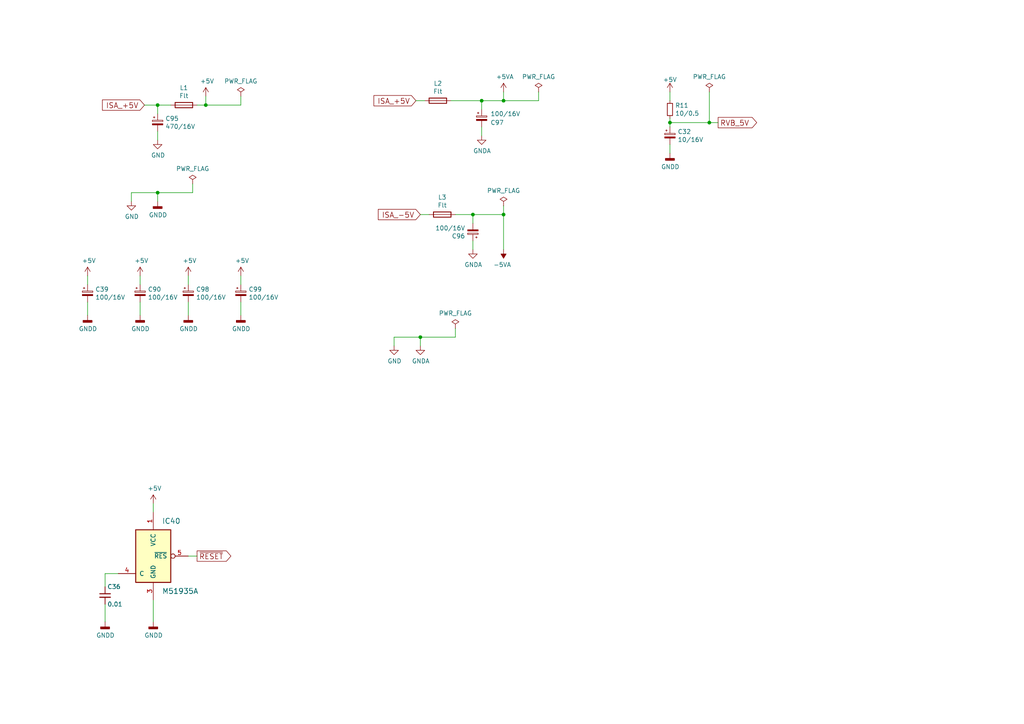
<source format=kicad_sch>
(kicad_sch (version 20211123) (generator eeschema)

  (uuid d765feb8-0d2b-4f91-9055-021e050d2c2d)

  (paper "A4")

  (title_block
    (title "LAPC-I Clone")
  )

  (lib_symbols
    (symbol "Device:CP_Small" (pin_numbers hide) (pin_names (offset 0.254) hide) (in_bom yes) (on_board yes)
      (property "Reference" "C" (id 0) (at 0.254 1.778 0)
        (effects (font (size 1.27 1.27)) (justify left))
      )
      (property "Value" "Device_CP_Small" (id 1) (at 0.254 -2.032 0)
        (effects (font (size 1.27 1.27)) (justify left))
      )
      (property "Footprint" "" (id 2) (at 0 0 0)
        (effects (font (size 1.27 1.27)) hide)
      )
      (property "Datasheet" "" (id 3) (at 0 0 0)
        (effects (font (size 1.27 1.27)) hide)
      )
      (property "ki_fp_filters" "CP_*" (id 4) (at 0 0 0)
        (effects (font (size 1.27 1.27)) hide)
      )
      (symbol "CP_Small_0_1"
        (rectangle (start -1.524 -0.3048) (end 1.524 -0.6858)
          (stroke (width 0) (type default) (color 0 0 0 0))
          (fill (type outline))
        )
        (rectangle (start -1.524 0.6858) (end 1.524 0.3048)
          (stroke (width 0) (type default) (color 0 0 0 0))
          (fill (type none))
        )
        (polyline
          (pts
            (xy -1.27 1.524)
            (xy -0.762 1.524)
          )
          (stroke (width 0) (type default) (color 0 0 0 0))
          (fill (type none))
        )
        (polyline
          (pts
            (xy -1.016 1.27)
            (xy -1.016 1.778)
          )
          (stroke (width 0) (type default) (color 0 0 0 0))
          (fill (type none))
        )
      )
      (symbol "CP_Small_1_1"
        (pin passive line (at 0 2.54 270) (length 1.8542)
          (name "~" (effects (font (size 1.27 1.27))))
          (number "1" (effects (font (size 1.27 1.27))))
        )
        (pin passive line (at 0 -2.54 90) (length 1.8542)
          (name "~" (effects (font (size 1.27 1.27))))
          (number "2" (effects (font (size 1.27 1.27))))
        )
      )
    )
    (symbol "Device:C_Small" (pin_numbers hide) (pin_names (offset 0.254) hide) (in_bom yes) (on_board yes)
      (property "Reference" "C" (id 0) (at 0.254 1.778 0)
        (effects (font (size 1.27 1.27)) (justify left))
      )
      (property "Value" "C_Small" (id 1) (at 0.254 -2.032 0)
        (effects (font (size 1.27 1.27)) (justify left))
      )
      (property "Footprint" "" (id 2) (at 0 0 0)
        (effects (font (size 1.27 1.27)) hide)
      )
      (property "Datasheet" "~" (id 3) (at 0 0 0)
        (effects (font (size 1.27 1.27)) hide)
      )
      (property "ki_keywords" "capacitor cap" (id 4) (at 0 0 0)
        (effects (font (size 1.27 1.27)) hide)
      )
      (property "ki_description" "Unpolarized capacitor, small symbol" (id 5) (at 0 0 0)
        (effects (font (size 1.27 1.27)) hide)
      )
      (property "ki_fp_filters" "C_*" (id 6) (at 0 0 0)
        (effects (font (size 1.27 1.27)) hide)
      )
      (symbol "C_Small_0_1"
        (polyline
          (pts
            (xy -1.524 -0.508)
            (xy 1.524 -0.508)
          )
          (stroke (width 0.3302) (type default) (color 0 0 0 0))
          (fill (type none))
        )
        (polyline
          (pts
            (xy -1.524 0.508)
            (xy 1.524 0.508)
          )
          (stroke (width 0.3048) (type default) (color 0 0 0 0))
          (fill (type none))
        )
      )
      (symbol "C_Small_1_1"
        (pin passive line (at 0 2.54 270) (length 2.032)
          (name "~" (effects (font (size 1.27 1.27))))
          (number "1" (effects (font (size 1.27 1.27))))
        )
        (pin passive line (at 0 -2.54 90) (length 2.032)
          (name "~" (effects (font (size 1.27 1.27))))
          (number "2" (effects (font (size 1.27 1.27))))
        )
      )
    )
    (symbol "Device:R_Small" (pin_numbers hide) (pin_names (offset 0.254) hide) (in_bom yes) (on_board yes)
      (property "Reference" "R" (id 0) (at 0.762 0.508 0)
        (effects (font (size 1.27 1.27)) (justify left))
      )
      (property "Value" "R_Small" (id 1) (at 0.762 -1.016 0)
        (effects (font (size 1.27 1.27)) (justify left))
      )
      (property "Footprint" "" (id 2) (at 0 0 0)
        (effects (font (size 1.27 1.27)) hide)
      )
      (property "Datasheet" "~" (id 3) (at 0 0 0)
        (effects (font (size 1.27 1.27)) hide)
      )
      (property "ki_keywords" "R resistor" (id 4) (at 0 0 0)
        (effects (font (size 1.27 1.27)) hide)
      )
      (property "ki_description" "Resistor, small symbol" (id 5) (at 0 0 0)
        (effects (font (size 1.27 1.27)) hide)
      )
      (property "ki_fp_filters" "R_*" (id 6) (at 0 0 0)
        (effects (font (size 1.27 1.27)) hide)
      )
      (symbol "R_Small_0_1"
        (rectangle (start -0.762 1.778) (end 0.762 -1.778)
          (stroke (width 0.2032) (type default) (color 0 0 0 0))
          (fill (type none))
        )
      )
      (symbol "R_Small_1_1"
        (pin passive line (at 0 2.54 270) (length 0.762)
          (name "~" (effects (font (size 1.27 1.27))))
          (number "1" (effects (font (size 1.27 1.27))))
        )
        (pin passive line (at 0 -2.54 90) (length 0.762)
          (name "~" (effects (font (size 1.27 1.27))))
          (number "2" (effects (font (size 1.27 1.27))))
        )
      )
    )
    (symbol "lapci_clone:Flt" (pin_numbers hide) (pin_names (offset 0)) (in_bom yes) (on_board yes)
      (property "Reference" "L" (id 0) (at 2.032 0 90)
        (effects (font (size 1.27 1.27)))
      )
      (property "Value" "Flt" (id 1) (at -1.905 0 90)
        (effects (font (size 1.27 1.27)))
      )
      (property "Footprint" "lapci_clone:Inductor_Flt" (id 2) (at -1.778 0 90)
        (effects (font (size 1.27 1.27)) hide)
      )
      (property "Datasheet" "" (id 3) (at 0 0 0)
        (effects (font (size 1.27 1.27)) hide)
      )
      (symbol "Flt_0_1"
        (rectangle (start -0.762 -2.54) (end 0.762 2.54)
          (stroke (width 0.254) (type default) (color 0 0 0 0))
          (fill (type none))
        )
        (polyline
          (pts
            (xy 0 2.54)
            (xy 0 -2.54)
          )
          (stroke (width 0) (type default) (color 0 0 0 0))
          (fill (type none))
        )
      )
      (symbol "Flt_1_1"
        (pin passive line (at 0 3.81 270) (length 1.27)
          (name "~" (effects (font (size 1.27 1.27))))
          (number "1" (effects (font (size 1.27 1.27))))
        )
        (pin passive line (at 0 -3.81 90) (length 1.27)
          (name "~" (effects (font (size 1.27 1.27))))
          (number "2" (effects (font (size 1.27 1.27))))
        )
      )
    )
    (symbol "lapci_clone:M51935A" (pin_names (offset 1.016)) (in_bom yes) (on_board yes)
      (property "Reference" "U" (id 0) (at 3.81 -10.16 0)
        (effects (font (size 1.524 1.524)))
      )
      (property "Value" "M51935A" (id 1) (at -6.35 2.54 90)
        (effects (font (size 1.524 1.524)))
      )
      (property "Footprint" "" (id 2) (at 0 0 0)
        (effects (font (size 1.524 1.524)) hide)
      )
      (property "Datasheet" "" (id 3) (at 0 0 0)
        (effects (font (size 1.524 1.524)) hide)
      )
      (property "ki_fp_filters" "SIP5" (id 4) (at 0 0 0)
        (effects (font (size 1.27 1.27)) hide)
      )
      (symbol "M51935A_0_1"
        (rectangle (start 5.08 7.62) (end -5.08 -7.62)
          (stroke (width 0.3048) (type default) (color 0 0 0 0))
          (fill (type background))
        )
      )
      (symbol "M51935A_1_1"
        (pin power_in line (at 0 12.7 270) (length 5.08)
          (name "VCC" (effects (font (size 1.27 1.27))))
          (number "1" (effects (font (size 1.27 1.27))))
        )
        (pin power_in line (at 0 -12.7 90) (length 5.08)
          (name "GND" (effects (font (size 1.27 1.27))))
          (number "3" (effects (font (size 1.27 1.27))))
        )
        (pin passive line (at -10.16 -5.08 0) (length 5.08)
          (name "C" (effects (font (size 1.27 1.27))))
          (number "4" (effects (font (size 1.27 1.27))))
        )
        (pin output inverted (at 10.16 0 180) (length 5.08)
          (name "~{RES}" (effects (font (size 1.27 1.27))))
          (number "5" (effects (font (size 1.27 1.27))))
        )
      )
    )
    (symbol "power:+5V" (power) (pin_names (offset 0)) (in_bom yes) (on_board yes)
      (property "Reference" "#PWR" (id 0) (at 0 -3.81 0)
        (effects (font (size 1.27 1.27)) hide)
      )
      (property "Value" "+5V" (id 1) (at 0 3.556 0)
        (effects (font (size 1.27 1.27)))
      )
      (property "Footprint" "" (id 2) (at 0 0 0)
        (effects (font (size 1.27 1.27)) hide)
      )
      (property "Datasheet" "" (id 3) (at 0 0 0)
        (effects (font (size 1.27 1.27)) hide)
      )
      (property "ki_keywords" "power-flag" (id 4) (at 0 0 0)
        (effects (font (size 1.27 1.27)) hide)
      )
      (property "ki_description" "Power symbol creates a global label with name \"+5V\"" (id 5) (at 0 0 0)
        (effects (font (size 1.27 1.27)) hide)
      )
      (symbol "+5V_0_1"
        (polyline
          (pts
            (xy -0.762 1.27)
            (xy 0 2.54)
          )
          (stroke (width 0) (type default) (color 0 0 0 0))
          (fill (type none))
        )
        (polyline
          (pts
            (xy 0 0)
            (xy 0 2.54)
          )
          (stroke (width 0) (type default) (color 0 0 0 0))
          (fill (type none))
        )
        (polyline
          (pts
            (xy 0 2.54)
            (xy 0.762 1.27)
          )
          (stroke (width 0) (type default) (color 0 0 0 0))
          (fill (type none))
        )
      )
      (symbol "+5V_1_1"
        (pin power_in line (at 0 0 90) (length 0) hide
          (name "+5V" (effects (font (size 1.27 1.27))))
          (number "1" (effects (font (size 1.27 1.27))))
        )
      )
    )
    (symbol "power:+5VA" (power) (pin_names (offset 0)) (in_bom yes) (on_board yes)
      (property "Reference" "#PWR" (id 0) (at 0 -3.81 0)
        (effects (font (size 1.27 1.27)) hide)
      )
      (property "Value" "+5VA" (id 1) (at 0 3.556 0)
        (effects (font (size 1.27 1.27)))
      )
      (property "Footprint" "" (id 2) (at 0 0 0)
        (effects (font (size 1.27 1.27)) hide)
      )
      (property "Datasheet" "" (id 3) (at 0 0 0)
        (effects (font (size 1.27 1.27)) hide)
      )
      (property "ki_keywords" "power-flag" (id 4) (at 0 0 0)
        (effects (font (size 1.27 1.27)) hide)
      )
      (property "ki_description" "Power symbol creates a global label with name \"+5VA\"" (id 5) (at 0 0 0)
        (effects (font (size 1.27 1.27)) hide)
      )
      (symbol "+5VA_0_1"
        (polyline
          (pts
            (xy -0.762 1.27)
            (xy 0 2.54)
          )
          (stroke (width 0) (type default) (color 0 0 0 0))
          (fill (type none))
        )
        (polyline
          (pts
            (xy 0 0)
            (xy 0 2.54)
          )
          (stroke (width 0) (type default) (color 0 0 0 0))
          (fill (type none))
        )
        (polyline
          (pts
            (xy 0 2.54)
            (xy 0.762 1.27)
          )
          (stroke (width 0) (type default) (color 0 0 0 0))
          (fill (type none))
        )
      )
      (symbol "+5VA_1_1"
        (pin power_in line (at 0 0 90) (length 0) hide
          (name "+5VA" (effects (font (size 1.27 1.27))))
          (number "1" (effects (font (size 1.27 1.27))))
        )
      )
    )
    (symbol "power:-5VA" (power) (pin_names (offset 0)) (in_bom yes) (on_board yes)
      (property "Reference" "#PWR" (id 0) (at 0 2.54 0)
        (effects (font (size 1.27 1.27)) hide)
      )
      (property "Value" "-5VA" (id 1) (at 0 3.81 0)
        (effects (font (size 1.27 1.27)))
      )
      (property "Footprint" "" (id 2) (at 0 0 0)
        (effects (font (size 1.27 1.27)) hide)
      )
      (property "Datasheet" "" (id 3) (at 0 0 0)
        (effects (font (size 1.27 1.27)) hide)
      )
      (property "ki_keywords" "power-flag" (id 4) (at 0 0 0)
        (effects (font (size 1.27 1.27)) hide)
      )
      (property "ki_description" "Power symbol creates a global label with name \"-5VA\"" (id 5) (at 0 0 0)
        (effects (font (size 1.27 1.27)) hide)
      )
      (symbol "-5VA_0_0"
        (pin power_in line (at 0 0 90) (length 0) hide
          (name "-5VA" (effects (font (size 1.27 1.27))))
          (number "1" (effects (font (size 1.27 1.27))))
        )
      )
      (symbol "-5VA_0_1"
        (polyline
          (pts
            (xy 0 0)
            (xy 0 1.27)
            (xy 0.762 1.27)
            (xy 0 2.54)
            (xy -0.762 1.27)
            (xy 0 1.27)
          )
          (stroke (width 0) (type default) (color 0 0 0 0))
          (fill (type outline))
        )
      )
    )
    (symbol "power:GND" (power) (pin_names (offset 0)) (in_bom yes) (on_board yes)
      (property "Reference" "#PWR" (id 0) (at 0 -6.35 0)
        (effects (font (size 1.27 1.27)) hide)
      )
      (property "Value" "GND" (id 1) (at 0 -3.81 0)
        (effects (font (size 1.27 1.27)))
      )
      (property "Footprint" "" (id 2) (at 0 0 0)
        (effects (font (size 1.27 1.27)) hide)
      )
      (property "Datasheet" "" (id 3) (at 0 0 0)
        (effects (font (size 1.27 1.27)) hide)
      )
      (property "ki_keywords" "power-flag" (id 4) (at 0 0 0)
        (effects (font (size 1.27 1.27)) hide)
      )
      (property "ki_description" "Power symbol creates a global label with name \"GND\" , ground" (id 5) (at 0 0 0)
        (effects (font (size 1.27 1.27)) hide)
      )
      (symbol "GND_0_1"
        (polyline
          (pts
            (xy 0 0)
            (xy 0 -1.27)
            (xy 1.27 -1.27)
            (xy 0 -2.54)
            (xy -1.27 -1.27)
            (xy 0 -1.27)
          )
          (stroke (width 0) (type default) (color 0 0 0 0))
          (fill (type none))
        )
      )
      (symbol "GND_1_1"
        (pin power_in line (at 0 0 270) (length 0) hide
          (name "GND" (effects (font (size 1.27 1.27))))
          (number "1" (effects (font (size 1.27 1.27))))
        )
      )
    )
    (symbol "power:GNDA" (power) (pin_names (offset 0)) (in_bom yes) (on_board yes)
      (property "Reference" "#PWR" (id 0) (at 0 -6.35 0)
        (effects (font (size 1.27 1.27)) hide)
      )
      (property "Value" "GNDA" (id 1) (at 0 -3.81 0)
        (effects (font (size 1.27 1.27)))
      )
      (property "Footprint" "" (id 2) (at 0 0 0)
        (effects (font (size 1.27 1.27)) hide)
      )
      (property "Datasheet" "" (id 3) (at 0 0 0)
        (effects (font (size 1.27 1.27)) hide)
      )
      (property "ki_keywords" "power-flag" (id 4) (at 0 0 0)
        (effects (font (size 1.27 1.27)) hide)
      )
      (property "ki_description" "Power symbol creates a global label with name \"GNDA\" , analog ground" (id 5) (at 0 0 0)
        (effects (font (size 1.27 1.27)) hide)
      )
      (symbol "GNDA_0_1"
        (polyline
          (pts
            (xy 0 0)
            (xy 0 -1.27)
            (xy 1.27 -1.27)
            (xy 0 -2.54)
            (xy -1.27 -1.27)
            (xy 0 -1.27)
          )
          (stroke (width 0) (type default) (color 0 0 0 0))
          (fill (type none))
        )
      )
      (symbol "GNDA_1_1"
        (pin power_in line (at 0 0 270) (length 0) hide
          (name "GNDA" (effects (font (size 1.27 1.27))))
          (number "1" (effects (font (size 1.27 1.27))))
        )
      )
    )
    (symbol "power:GNDD" (power) (pin_names (offset 0)) (in_bom yes) (on_board yes)
      (property "Reference" "#PWR" (id 0) (at 0 -6.35 0)
        (effects (font (size 1.27 1.27)) hide)
      )
      (property "Value" "GNDD" (id 1) (at 0 -3.175 0)
        (effects (font (size 1.27 1.27)))
      )
      (property "Footprint" "" (id 2) (at 0 0 0)
        (effects (font (size 1.27 1.27)) hide)
      )
      (property "Datasheet" "" (id 3) (at 0 0 0)
        (effects (font (size 1.27 1.27)) hide)
      )
      (property "ki_keywords" "power-flag" (id 4) (at 0 0 0)
        (effects (font (size 1.27 1.27)) hide)
      )
      (property "ki_description" "Power symbol creates a global label with name \"GNDD\" , digital ground" (id 5) (at 0 0 0)
        (effects (font (size 1.27 1.27)) hide)
      )
      (symbol "GNDD_0_1"
        (rectangle (start -1.27 -1.524) (end 1.27 -2.032)
          (stroke (width 0.254) (type default) (color 0 0 0 0))
          (fill (type outline))
        )
        (polyline
          (pts
            (xy 0 0)
            (xy 0 -1.524)
          )
          (stroke (width 0) (type default) (color 0 0 0 0))
          (fill (type none))
        )
      )
      (symbol "GNDD_1_1"
        (pin power_in line (at 0 0 270) (length 0) hide
          (name "GNDD" (effects (font (size 1.27 1.27))))
          (number "1" (effects (font (size 1.27 1.27))))
        )
      )
    )
    (symbol "power:PWR_FLAG" (power) (pin_numbers hide) (pin_names (offset 0) hide) (in_bom yes) (on_board yes)
      (property "Reference" "#FLG" (id 0) (at 0 1.905 0)
        (effects (font (size 1.27 1.27)) hide)
      )
      (property "Value" "PWR_FLAG" (id 1) (at 0 3.81 0)
        (effects (font (size 1.27 1.27)))
      )
      (property "Footprint" "" (id 2) (at 0 0 0)
        (effects (font (size 1.27 1.27)) hide)
      )
      (property "Datasheet" "~" (id 3) (at 0 0 0)
        (effects (font (size 1.27 1.27)) hide)
      )
      (property "ki_keywords" "power-flag" (id 4) (at 0 0 0)
        (effects (font (size 1.27 1.27)) hide)
      )
      (property "ki_description" "Special symbol for telling ERC where power comes from" (id 5) (at 0 0 0)
        (effects (font (size 1.27 1.27)) hide)
      )
      (symbol "PWR_FLAG_0_0"
        (pin power_out line (at 0 0 90) (length 0)
          (name "pwr" (effects (font (size 1.27 1.27))))
          (number "1" (effects (font (size 1.27 1.27))))
        )
      )
      (symbol "PWR_FLAG_0_1"
        (polyline
          (pts
            (xy 0 0)
            (xy 0 1.27)
            (xy -1.016 1.905)
            (xy 0 2.54)
            (xy 1.016 1.905)
            (xy 0 1.27)
          )
          (stroke (width 0) (type default) (color 0 0 0 0))
          (fill (type none))
        )
      )
    )
  )

  (junction (at 146.05 62.23) (diameter 0) (color 0 0 0 0)
    (uuid 0a998541-d8f3-40a0-8891-39bc18400019)
  )
  (junction (at 139.7 29.21) (diameter 0) (color 0 0 0 0)
    (uuid 0ec6de6a-5daa-4a3a-bcf9-49d82195b230)
  )
  (junction (at 121.92 97.79) (diameter 0) (color 0 0 0 0)
    (uuid 529fff1f-db37-4ef0-8786-6c10d525699f)
  )
  (junction (at 146.05 29.21) (diameter 0) (color 0 0 0 0)
    (uuid 5f8f5622-0fae-4eeb-bf3b-6112a55f318d)
  )
  (junction (at 45.72 55.88) (diameter 0) (color 0 0 0 0)
    (uuid 7d579949-d2e9-45ae-9698-0cdea149db19)
  )
  (junction (at 137.16 62.23) (diameter 0) (color 0 0 0 0)
    (uuid 875d8101-02ec-4109-9cb3-dc03033ea564)
  )
  (junction (at 194.31 35.56) (diameter 0) (color 0 0 0 0)
    (uuid 93ca340a-e8ae-4e1b-bdac-fe7f0eea36ae)
  )
  (junction (at 59.69 30.48) (diameter 0) (color 0 0 0 0)
    (uuid a2e657e9-8fbb-46fe-96c9-f7babcd4a7d6)
  )
  (junction (at 45.72 30.48) (diameter 0) (color 0 0 0 0)
    (uuid eefbb01a-1017-402d-94d8-5e1519140627)
  )
  (junction (at 205.74 35.56) (diameter 0) (color 0 0 0 0)
    (uuid f3ba56bf-dc73-46ce-baf4-178b1da76b36)
  )

  (wire (pts (xy 194.31 35.56) (xy 194.31 36.83))
    (stroke (width 0) (type default) (color 0 0 0 0))
    (uuid 047ad835-c24f-4b94-8c87-da79f6183cc4)
  )
  (wire (pts (xy 30.48 170.18) (xy 30.48 166.37))
    (stroke (width 0) (type default) (color 0 0 0 0))
    (uuid 07a6c6d8-e1c1-4f8f-af69-dfa81e0f4ba2)
  )
  (wire (pts (xy 45.72 30.48) (xy 45.72 33.02))
    (stroke (width 0) (type default) (color 0 0 0 0))
    (uuid 16c12f8d-a9ce-4e1f-b395-2ad0bc43e76b)
  )
  (wire (pts (xy 114.3 100.33) (xy 114.3 97.79))
    (stroke (width 0) (type default) (color 0 0 0 0))
    (uuid 16d0f14e-6254-4472-9e76-ec07cbf6b6f3)
  )
  (wire (pts (xy 156.21 29.21) (xy 156.21 26.67))
    (stroke (width 0) (type default) (color 0 0 0 0))
    (uuid 21c25529-23d9-48dd-b470-801777c483af)
  )
  (wire (pts (xy 120.65 29.21) (xy 123.19 29.21))
    (stroke (width 0) (type default) (color 0 0 0 0))
    (uuid 2887f18d-0aa0-4560-89a5-469e7311c504)
  )
  (wire (pts (xy 137.16 62.23) (xy 146.05 62.23))
    (stroke (width 0) (type default) (color 0 0 0 0))
    (uuid 2cde09e2-1478-4e90-84f2-de808fbc4e00)
  )
  (wire (pts (xy 139.7 31.75) (xy 139.7 29.21))
    (stroke (width 0) (type default) (color 0 0 0 0))
    (uuid 32ad7fbe-e026-4d57-9f6b-f4af30c894d9)
  )
  (wire (pts (xy 69.85 30.48) (xy 69.85 27.94))
    (stroke (width 0) (type default) (color 0 0 0 0))
    (uuid 33f0ff87-5826-47b7-a189-ca3528f1f211)
  )
  (wire (pts (xy 30.48 166.37) (xy 34.29 166.37))
    (stroke (width 0) (type default) (color 0 0 0 0))
    (uuid 33f197c7-472d-407b-a7c3-ca5bf645861f)
  )
  (wire (pts (xy 69.85 80.01) (xy 69.85 82.55))
    (stroke (width 0) (type default) (color 0 0 0 0))
    (uuid 351b096d-5254-458a-92e3-ec4c37dc4234)
  )
  (wire (pts (xy 54.61 161.29) (xy 57.15 161.29))
    (stroke (width 0) (type default) (color 0 0 0 0))
    (uuid 3bef0362-242d-46c4-b651-9d41a3c29516)
  )
  (wire (pts (xy 44.45 146.05) (xy 44.45 148.59))
    (stroke (width 0) (type default) (color 0 0 0 0))
    (uuid 3c44e781-1190-4e9e-8bbc-c825cbc80c09)
  )
  (wire (pts (xy 38.1 55.88) (xy 45.72 55.88))
    (stroke (width 0) (type default) (color 0 0 0 0))
    (uuid 43f6715d-6047-4a53-9965-45b03d6a45a3)
  )
  (wire (pts (xy 139.7 36.83) (xy 139.7 39.37))
    (stroke (width 0) (type default) (color 0 0 0 0))
    (uuid 444af21c-c3d4-4580-a6f3-31660448e88e)
  )
  (wire (pts (xy 137.16 69.85) (xy 137.16 72.39))
    (stroke (width 0) (type default) (color 0 0 0 0))
    (uuid 4b8be3ff-4f25-49f4-9eee-d26026895d38)
  )
  (wire (pts (xy 40.64 87.63) (xy 40.64 91.44))
    (stroke (width 0) (type default) (color 0 0 0 0))
    (uuid 4ca1471d-e84a-43e6-9ec2-ac5bbbc86c1a)
  )
  (wire (pts (xy 55.88 55.88) (xy 55.88 53.34))
    (stroke (width 0) (type default) (color 0 0 0 0))
    (uuid 55e19405-cdcb-46ad-9726-05d25e5ceafc)
  )
  (wire (pts (xy 121.92 97.79) (xy 121.92 100.33))
    (stroke (width 0) (type default) (color 0 0 0 0))
    (uuid 55fa0900-d141-4597-990a-eda29edb12d1)
  )
  (wire (pts (xy 45.72 55.88) (xy 45.72 58.42))
    (stroke (width 0) (type default) (color 0 0 0 0))
    (uuid 5b445edb-76df-4826-893e-90e637127bf7)
  )
  (wire (pts (xy 194.31 35.56) (xy 205.74 35.56))
    (stroke (width 0) (type default) (color 0 0 0 0))
    (uuid 5ce1aa0c-f98f-4b94-80bd-f188cf4c57de)
  )
  (wire (pts (xy 59.69 30.48) (xy 69.85 30.48))
    (stroke (width 0) (type default) (color 0 0 0 0))
    (uuid 6f0bf181-b7ac-48a2-905c-c67feeb7d571)
  )
  (wire (pts (xy 54.61 87.63) (xy 54.61 91.44))
    (stroke (width 0) (type default) (color 0 0 0 0))
    (uuid 752adc48-1717-4d51-9f8e-0abf0c5bc60d)
  )
  (wire (pts (xy 49.53 30.48) (xy 45.72 30.48))
    (stroke (width 0) (type default) (color 0 0 0 0))
    (uuid 75b6e061-3edd-496d-8819-9872e3fcd769)
  )
  (wire (pts (xy 59.69 27.94) (xy 59.69 30.48))
    (stroke (width 0) (type default) (color 0 0 0 0))
    (uuid 7856fd3e-7cb2-4617-9f08-e93b38475b94)
  )
  (wire (pts (xy 146.05 62.23) (xy 146.05 59.69))
    (stroke (width 0) (type default) (color 0 0 0 0))
    (uuid 7c0cf58c-e25b-422b-8099-af386f9b94eb)
  )
  (wire (pts (xy 205.74 35.56) (xy 208.28 35.56))
    (stroke (width 0) (type default) (color 0 0 0 0))
    (uuid 7c849e86-e149-44f3-8e6f-1e68de7023ea)
  )
  (wire (pts (xy 132.08 62.23) (xy 137.16 62.23))
    (stroke (width 0) (type default) (color 0 0 0 0))
    (uuid 7da14e3c-031d-42a9-a820-92c0765992b7)
  )
  (wire (pts (xy 38.1 58.42) (xy 38.1 55.88))
    (stroke (width 0) (type default) (color 0 0 0 0))
    (uuid 7f2b987d-c54d-48dc-baee-31991a9bc8e8)
  )
  (wire (pts (xy 139.7 29.21) (xy 146.05 29.21))
    (stroke (width 0) (type default) (color 0 0 0 0))
    (uuid 808953e6-4649-45c8-ae8d-0fce582466f0)
  )
  (wire (pts (xy 146.05 72.39) (xy 146.05 62.23))
    (stroke (width 0) (type default) (color 0 0 0 0))
    (uuid 88000859-78d2-4c43-bac7-0b3d749f1368)
  )
  (wire (pts (xy 25.4 87.63) (xy 25.4 91.44))
    (stroke (width 0) (type default) (color 0 0 0 0))
    (uuid 8f141cb6-d196-4940-89f8-4e8940598ec7)
  )
  (wire (pts (xy 114.3 97.79) (xy 121.92 97.79))
    (stroke (width 0) (type default) (color 0 0 0 0))
    (uuid 918f9233-4f1a-44c9-a114-4311eadc7528)
  )
  (wire (pts (xy 45.72 38.1) (xy 45.72 40.64))
    (stroke (width 0) (type default) (color 0 0 0 0))
    (uuid 931e27aa-b13d-4318-a4da-bc41de9026c2)
  )
  (wire (pts (xy 132.08 97.79) (xy 132.08 95.25))
    (stroke (width 0) (type default) (color 0 0 0 0))
    (uuid 94a13df2-3769-436a-b0de-767acbdcaaeb)
  )
  (wire (pts (xy 194.31 34.29) (xy 194.31 35.56))
    (stroke (width 0) (type default) (color 0 0 0 0))
    (uuid 9c5eb8ba-0370-4530-b0dd-d326ff9cd796)
  )
  (wire (pts (xy 69.85 87.63) (xy 69.85 91.44))
    (stroke (width 0) (type default) (color 0 0 0 0))
    (uuid 9e6297e3-595a-45e9-bd9b-72048fbe738d)
  )
  (wire (pts (xy 146.05 26.67) (xy 146.05 29.21))
    (stroke (width 0) (type default) (color 0 0 0 0))
    (uuid a36d7b4b-db39-449f-92b3-ad84819e8020)
  )
  (wire (pts (xy 44.45 173.99) (xy 44.45 180.34))
    (stroke (width 0) (type default) (color 0 0 0 0))
    (uuid a4e2b28f-5b19-4d32-91bd-2099770d0ca1)
  )
  (wire (pts (xy 121.92 97.79) (xy 132.08 97.79))
    (stroke (width 0) (type default) (color 0 0 0 0))
    (uuid af0f2ee1-555d-4dbc-be05-20fe82a3a7f0)
  )
  (wire (pts (xy 137.16 62.23) (xy 137.16 64.77))
    (stroke (width 0) (type default) (color 0 0 0 0))
    (uuid b73189eb-ce33-4fd6-899f-a0fe6fefce38)
  )
  (wire (pts (xy 194.31 26.67) (xy 194.31 29.21))
    (stroke (width 0) (type default) (color 0 0 0 0))
    (uuid b766fba3-ed3c-4f2a-a7b1-a58173e2399a)
  )
  (wire (pts (xy 57.15 30.48) (xy 59.69 30.48))
    (stroke (width 0) (type default) (color 0 0 0 0))
    (uuid b7b0924b-a534-453f-b03b-3088a452d2d5)
  )
  (wire (pts (xy 40.64 80.01) (xy 40.64 82.55))
    (stroke (width 0) (type default) (color 0 0 0 0))
    (uuid bc600043-b23a-4784-acf2-3275a6d2f518)
  )
  (wire (pts (xy 194.31 41.91) (xy 194.31 44.45))
    (stroke (width 0) (type default) (color 0 0 0 0))
    (uuid c11800a1-7754-4ac5-a9a8-c6989ec2e1ac)
  )
  (wire (pts (xy 205.74 26.67) (xy 205.74 35.56))
    (stroke (width 0) (type default) (color 0 0 0 0))
    (uuid cfbc958e-3fb8-49ab-a1a0-0abbb8af3f4b)
  )
  (wire (pts (xy 25.4 80.01) (xy 25.4 82.55))
    (stroke (width 0) (type default) (color 0 0 0 0))
    (uuid d32b960b-36c8-46d0-9686-73cb0b40a548)
  )
  (wire (pts (xy 45.72 30.48) (xy 41.91 30.48))
    (stroke (width 0) (type default) (color 0 0 0 0))
    (uuid d7c96d03-c33d-42a4-b9f5-33ebc94d6064)
  )
  (wire (pts (xy 124.46 62.23) (xy 121.92 62.23))
    (stroke (width 0) (type default) (color 0 0 0 0))
    (uuid df71a9ef-866e-4eb2-97a5-38b0ffdca05b)
  )
  (wire (pts (xy 30.48 175.26) (xy 30.48 180.34))
    (stroke (width 0) (type default) (color 0 0 0 0))
    (uuid e82a6e2d-1a74-4e83-87b6-27ce032478fa)
  )
  (wire (pts (xy 54.61 80.01) (xy 54.61 82.55))
    (stroke (width 0) (type default) (color 0 0 0 0))
    (uuid f07599c7-599f-45fe-bd1e-15999cff5f04)
  )
  (wire (pts (xy 146.05 29.21) (xy 156.21 29.21))
    (stroke (width 0) (type default) (color 0 0 0 0))
    (uuid f16f0137-553b-4915-92a0-bc14383612e0)
  )
  (wire (pts (xy 45.72 55.88) (xy 55.88 55.88))
    (stroke (width 0) (type default) (color 0 0 0 0))
    (uuid fd355cf0-3197-4532-afba-ec8717897bfb)
  )
  (wire (pts (xy 130.81 29.21) (xy 139.7 29.21))
    (stroke (width 0) (type default) (color 0 0 0 0))
    (uuid febb7d9c-f8af-428a-b455-1415daa5c3f8)
  )

  (global_label "ISA_+5V" (shape input) (at 41.91 30.48 180) (fields_autoplaced)
    (effects (font (size 1.524 1.524)) (justify right))
    (uuid 026d934d-d564-4c37-9113-57bb727fc2e9)
    (property "Intersheet References" "${INTERSHEET_REFS}" (id 0) (at 0 0 0)
      (effects (font (size 1.27 1.27)) hide)
    )
  )
  (global_label "ISA_-5V" (shape input) (at 121.92 62.23 180) (fields_autoplaced)
    (effects (font (size 1.524 1.524)) (justify right))
    (uuid 97c636dc-eabd-49d1-b13e-f68cf3a55b77)
    (property "Intersheet References" "${INTERSHEET_REFS}" (id 0) (at 0 0 0)
      (effects (font (size 1.27 1.27)) hide)
    )
  )
  (global_label "~{RESET}" (shape output) (at 57.15 161.29 0) (fields_autoplaced)
    (effects (font (size 1.524 1.524)) (justify left))
    (uuid a062f88f-2948-4763-b6d1-5678e6b9e205)
    (property "Intersheet References" "${INTERSHEET_REFS}" (id 0) (at 0 0 0)
      (effects (font (size 1.27 1.27)) hide)
    )
  )
  (global_label "RVB_5V" (shape output) (at 208.28 35.56 0) (fields_autoplaced)
    (effects (font (size 1.524 1.524)) (justify left))
    (uuid aec76fa7-ca3b-4002-827b-890c008964e6)
    (property "Intersheet References" "${INTERSHEET_REFS}" (id 0) (at 0 0 0)
      (effects (font (size 1.27 1.27)) hide)
    )
  )
  (global_label "ISA_+5V" (shape input) (at 120.65 29.21 180) (fields_autoplaced)
    (effects (font (size 1.524 1.524)) (justify right))
    (uuid bf3b8360-7021-4a05-9a17-ac671301ba24)
    (property "Intersheet References" "${INTERSHEET_REFS}" (id 0) (at 0 0 0)
      (effects (font (size 1.27 1.27)) hide)
    )
  )

  (symbol (lib_id "Device:CP_Small") (at 25.4 85.09 0) (unit 1)
    (in_bom yes) (on_board yes)
    (uuid 00000000-0000-0000-0000-000060a19157)
    (property "Reference" "C39" (id 0) (at 27.6352 83.9216 0)
      (effects (font (size 1.27 1.27)) (justify left))
    )
    (property "Value" "100/16V" (id 1) (at 27.6352 86.233 0)
      (effects (font (size 1.27 1.27)) (justify left))
    )
    (property "Footprint" "Capacitor_THT:CP_Radial_D5.0mm_P2.00mm" (id 2) (at 25.4 85.09 0)
      (effects (font (size 1.27 1.27)) hide)
    )
    (property "Datasheet" "~" (id 3) (at 25.4 85.09 0)
      (effects (font (size 1.27 1.27)) hide)
    )
    (pin "1" (uuid 49edcd9a-9724-46da-8f74-54896e474604))
    (pin "2" (uuid 4acc32c1-1489-4268-a655-019d40e2e588))
  )

  (symbol (lib_id "power:GNDD") (at 25.4 91.44 0) (unit 1)
    (in_bom yes) (on_board yes)
    (uuid 00000000-0000-0000-0000-000060a1915d)
    (property "Reference" "#PWR0207" (id 0) (at 25.4 97.79 0)
      (effects (font (size 1.27 1.27)) hide)
    )
    (property "Value" "GNDD" (id 1) (at 25.5016 95.377 0))
    (property "Footprint" "" (id 2) (at 25.4 91.44 0)
      (effects (font (size 1.27 1.27)) hide)
    )
    (property "Datasheet" "" (id 3) (at 25.4 91.44 0)
      (effects (font (size 1.27 1.27)) hide)
    )
    (pin "1" (uuid ddca3cd0-e134-4639-9c53-50f1496e395b))
  )

  (symbol (lib_id "power:+5V") (at 25.4 80.01 0) (unit 1)
    (in_bom yes) (on_board yes)
    (uuid 00000000-0000-0000-0000-000060a19163)
    (property "Reference" "#PWR0208" (id 0) (at 25.4 83.82 0)
      (effects (font (size 1.27 1.27)) hide)
    )
    (property "Value" "+5V" (id 1) (at 25.781 75.6158 0))
    (property "Footprint" "" (id 2) (at 25.4 80.01 0)
      (effects (font (size 1.27 1.27)) hide)
    )
    (property "Datasheet" "" (id 3) (at 25.4 80.01 0)
      (effects (font (size 1.27 1.27)) hide)
    )
    (pin "1" (uuid 90800a4d-a014-4b9a-947e-f975697802ee))
  )

  (symbol (lib_id "Device:CP_Small") (at 69.85 85.09 0) (unit 1)
    (in_bom yes) (on_board yes)
    (uuid 00000000-0000-0000-0000-000060a1916c)
    (property "Reference" "C99" (id 0) (at 72.0852 83.9216 0)
      (effects (font (size 1.27 1.27)) (justify left))
    )
    (property "Value" "100/16V" (id 1) (at 72.0852 86.233 0)
      (effects (font (size 1.27 1.27)) (justify left))
    )
    (property "Footprint" "Capacitor_THT:CP_Radial_D5.0mm_P2.00mm" (id 2) (at 69.85 85.09 0)
      (effects (font (size 1.27 1.27)) hide)
    )
    (property "Datasheet" "~" (id 3) (at 69.85 85.09 0)
      (effects (font (size 1.27 1.27)) hide)
    )
    (pin "1" (uuid d46a54b6-2170-461d-bf00-e670e1f46ea3))
    (pin "2" (uuid 79737dbd-6c86-4447-b92c-1266fdb69143))
  )

  (symbol (lib_id "power:GNDD") (at 69.85 91.44 0) (unit 1)
    (in_bom yes) (on_board yes)
    (uuid 00000000-0000-0000-0000-000060a19172)
    (property "Reference" "#PWR0277" (id 0) (at 69.85 97.79 0)
      (effects (font (size 1.27 1.27)) hide)
    )
    (property "Value" "GNDD" (id 1) (at 69.9516 95.377 0))
    (property "Footprint" "" (id 2) (at 69.85 91.44 0)
      (effects (font (size 1.27 1.27)) hide)
    )
    (property "Datasheet" "" (id 3) (at 69.85 91.44 0)
      (effects (font (size 1.27 1.27)) hide)
    )
    (pin "1" (uuid 92df5c3e-2fc9-4c38-9cd3-43990d858d27))
  )

  (symbol (lib_id "power:+5V") (at 69.85 80.01 0) (unit 1)
    (in_bom yes) (on_board yes)
    (uuid 00000000-0000-0000-0000-000060a19178)
    (property "Reference" "#PWR0287" (id 0) (at 69.85 83.82 0)
      (effects (font (size 1.27 1.27)) hide)
    )
    (property "Value" "+5V" (id 1) (at 70.231 75.6158 0))
    (property "Footprint" "" (id 2) (at 69.85 80.01 0)
      (effects (font (size 1.27 1.27)) hide)
    )
    (property "Datasheet" "" (id 3) (at 69.85 80.01 0)
      (effects (font (size 1.27 1.27)) hide)
    )
    (pin "1" (uuid bda376e3-54b1-4d9a-9c34-da35e77928a6))
  )

  (symbol (lib_id "lapci_clone:M51935A") (at 44.45 161.29 0) (unit 1)
    (in_bom yes) (on_board yes)
    (uuid 00000000-0000-0000-0000-000060a19180)
    (property "Reference" "IC40" (id 0) (at 46.99 151.13 0)
      (effects (font (size 1.524 1.524)) (justify left))
    )
    (property "Value" "M51935A" (id 1) (at 46.99 171.45 0)
      (effects (font (size 1.524 1.524)) (justify left))
    )
    (property "Footprint" "lapci_clone:SIP5_Housing" (id 2) (at 44.45 161.29 0)
      (effects (font (size 1.524 1.524)) hide)
    )
    (property "Datasheet" "" (id 3) (at 44.45 161.29 0)
      (effects (font (size 1.524 1.524)) hide)
    )
    (pin "1" (uuid c7f5b9ec-503d-4d3c-8930-9511523b5843))
    (pin "3" (uuid d02cc6c9-7661-4f42-a14a-050cd2bbee9d))
    (pin "4" (uuid 70357545-9ba6-40b9-8936-9fac959befe6))
    (pin "5" (uuid 84270331-e9fe-4378-a049-f0034d8a82d0))
  )

  (symbol (lib_id "power:GNDD") (at 44.45 180.34 0) (unit 1)
    (in_bom yes) (on_board yes)
    (uuid 00000000-0000-0000-0000-000060a19186)
    (property "Reference" "#PWR0288" (id 0) (at 44.45 186.69 0)
      (effects (font (size 1.27 1.27)) hide)
    )
    (property "Value" "GNDD" (id 1) (at 44.5516 184.277 0))
    (property "Footprint" "" (id 2) (at 44.45 180.34 0)
      (effects (font (size 1.27 1.27)) hide)
    )
    (property "Datasheet" "" (id 3) (at 44.45 180.34 0)
      (effects (font (size 1.27 1.27)) hide)
    )
    (pin "1" (uuid 2be5dceb-d91c-4f91-9bde-e677a89d4a60))
  )

  (symbol (lib_id "power:+5V") (at 44.45 146.05 0) (unit 1)
    (in_bom yes) (on_board yes)
    (uuid 00000000-0000-0000-0000-000060a1918d)
    (property "Reference" "#PWR0291" (id 0) (at 44.45 149.86 0)
      (effects (font (size 1.27 1.27)) hide)
    )
    (property "Value" "+5V" (id 1) (at 44.831 141.6558 0))
    (property "Footprint" "" (id 2) (at 44.45 146.05 0)
      (effects (font (size 1.27 1.27)) hide)
    )
    (property "Datasheet" "" (id 3) (at 44.45 146.05 0)
      (effects (font (size 1.27 1.27)) hide)
    )
    (pin "1" (uuid 9cdb2020-3342-4692-93db-c491d702bf73))
  )

  (symbol (lib_id "Device:C_Small") (at 30.48 172.72 0) (unit 1)
    (in_bom yes) (on_board yes)
    (uuid 00000000-0000-0000-0000-000060a19194)
    (property "Reference" "C36" (id 0) (at 31.115 170.18 0)
      (effects (font (size 1.27 1.27)) (justify left))
    )
    (property "Value" "0.01" (id 1) (at 31.115 175.26 0)
      (effects (font (size 1.27 1.27)) (justify left))
    )
    (property "Footprint" "Capacitor_THT:C_Disc_D5.0mm_W2.5mm_P5.00mm" (id 2) (at 31.4452 176.53 0)
      (effects (font (size 1.27 1.27)) hide)
    )
    (property "Datasheet" "" (id 3) (at 30.48 172.72 0)
      (effects (font (size 1.27 1.27)) hide)
    )
    (pin "1" (uuid 17af30c4-e751-4c37-a39b-a77ded9d0395))
    (pin "2" (uuid 9b7410c0-eec6-47bb-96ce-8352eb7e3799))
  )

  (symbol (lib_id "power:GNDD") (at 30.48 180.34 0) (unit 1)
    (in_bom yes) (on_board yes)
    (uuid 00000000-0000-0000-0000-000060a1919c)
    (property "Reference" "#PWR0292" (id 0) (at 30.48 186.69 0)
      (effects (font (size 1.27 1.27)) hide)
    )
    (property "Value" "GNDD" (id 1) (at 30.5816 184.277 0))
    (property "Footprint" "" (id 2) (at 30.48 180.34 0)
      (effects (font (size 1.27 1.27)) hide)
    )
    (property "Datasheet" "" (id 3) (at 30.48 180.34 0)
      (effects (font (size 1.27 1.27)) hide)
    )
    (pin "1" (uuid 0c8ab0e2-dfbc-4a15-a323-5651ba84f9bc))
  )

  (symbol (lib_id "Device:CP_Small") (at 54.61 85.09 0) (unit 1)
    (in_bom yes) (on_board yes)
    (uuid 00000000-0000-0000-0000-000060a191a5)
    (property "Reference" "C98" (id 0) (at 56.8452 83.9216 0)
      (effects (font (size 1.27 1.27)) (justify left))
    )
    (property "Value" "100/16V" (id 1) (at 56.8452 86.233 0)
      (effects (font (size 1.27 1.27)) (justify left))
    )
    (property "Footprint" "Capacitor_THT:CP_Radial_D5.0mm_P2.00mm" (id 2) (at 54.61 85.09 0)
      (effects (font (size 1.27 1.27)) hide)
    )
    (property "Datasheet" "~" (id 3) (at 54.61 85.09 0)
      (effects (font (size 1.27 1.27)) hide)
    )
    (pin "1" (uuid 3064074d-b7da-45b9-abe0-8d2f38077fc4))
    (pin "2" (uuid ae684219-47fe-4907-a171-178d5a0cb2b6))
  )

  (symbol (lib_id "power:GNDD") (at 54.61 91.44 0) (unit 1)
    (in_bom yes) (on_board yes)
    (uuid 00000000-0000-0000-0000-000060a191ab)
    (property "Reference" "#PWR0294" (id 0) (at 54.61 97.79 0)
      (effects (font (size 1.27 1.27)) hide)
    )
    (property "Value" "GNDD" (id 1) (at 54.7116 95.377 0))
    (property "Footprint" "" (id 2) (at 54.61 91.44 0)
      (effects (font (size 1.27 1.27)) hide)
    )
    (property "Datasheet" "" (id 3) (at 54.61 91.44 0)
      (effects (font (size 1.27 1.27)) hide)
    )
    (pin "1" (uuid 01b49526-838b-46fa-b716-5170ccca81dc))
  )

  (symbol (lib_id "power:+5V") (at 54.61 80.01 0) (unit 1)
    (in_bom yes) (on_board yes)
    (uuid 00000000-0000-0000-0000-000060a191b1)
    (property "Reference" "#PWR0295" (id 0) (at 54.61 83.82 0)
      (effects (font (size 1.27 1.27)) hide)
    )
    (property "Value" "+5V" (id 1) (at 54.991 75.6158 0))
    (property "Footprint" "" (id 2) (at 54.61 80.01 0)
      (effects (font (size 1.27 1.27)) hide)
    )
    (property "Datasheet" "" (id 3) (at 54.61 80.01 0)
      (effects (font (size 1.27 1.27)) hide)
    )
    (pin "1" (uuid f662f973-d731-434d-a564-4d89bcf40673))
  )

  (symbol (lib_id "lapci_clone:Flt") (at 53.34 30.48 270) (unit 1)
    (in_bom yes) (on_board yes)
    (uuid 00000000-0000-0000-0000-000060a8b7b0)
    (property "Reference" "L1" (id 0) (at 53.34 25.4762 90))
    (property "Value" "Flt" (id 1) (at 53.34 27.7876 90))
    (property "Footprint" "lapci_clone:Inductor_Flt" (id 2) (at 53.34 28.702 90)
      (effects (font (size 1.27 1.27)) hide)
    )
    (property "Datasheet" "" (id 3) (at 53.34 30.48 0)
      (effects (font (size 1.27 1.27)) hide)
    )
    (pin "1" (uuid 18089e2e-6fb7-4cee-88af-5698faf340f6))
    (pin "2" (uuid 86f8149d-10e3-4723-98b8-5f7829f6b611))
  )

  (symbol (lib_id "power:GND") (at 45.72 40.64 0) (unit 1)
    (in_bom yes) (on_board yes)
    (uuid 00000000-0000-0000-0000-000060b2b75b)
    (property "Reference" "#PWR0121" (id 0) (at 45.72 46.99 0)
      (effects (font (size 1.27 1.27)) hide)
    )
    (property "Value" "GND" (id 1) (at 45.847 45.0342 0))
    (property "Footprint" "" (id 2) (at 45.72 40.64 0)
      (effects (font (size 1.27 1.27)) hide)
    )
    (property "Datasheet" "" (id 3) (at 45.72 40.64 0)
      (effects (font (size 1.27 1.27)) hide)
    )
    (pin "1" (uuid ef12cc42-812a-4781-b56d-b55075147202))
  )

  (symbol (lib_id "Device:CP_Small") (at 45.72 35.56 0) (unit 1)
    (in_bom yes) (on_board yes)
    (uuid 00000000-0000-0000-0000-000060bbb1a6)
    (property "Reference" "C95" (id 0) (at 47.9552 34.3916 0)
      (effects (font (size 1.27 1.27)) (justify left))
    )
    (property "Value" "470/16V" (id 1) (at 47.9552 36.703 0)
      (effects (font (size 1.27 1.27)) (justify left))
    )
    (property "Footprint" "Capacitor_THT:CP_Radial_D8.0mm_P3.80mm" (id 2) (at 45.72 35.56 0)
      (effects (font (size 1.27 1.27)) hide)
    )
    (property "Datasheet" "~" (id 3) (at 45.72 35.56 0)
      (effects (font (size 1.27 1.27)) hide)
    )
    (pin "1" (uuid 3ada35d1-80f5-42d2-b3e5-5b21384eff26))
    (pin "2" (uuid 280f0e37-19db-458b-ae8d-64d5451c895e))
  )

  (symbol (lib_id "lapci_clone:Flt") (at 127 29.21 270) (unit 1)
    (in_bom yes) (on_board yes)
    (uuid 00000000-0000-0000-0000-000060bd1c4d)
    (property "Reference" "L2" (id 0) (at 127 24.2062 90))
    (property "Value" "Flt" (id 1) (at 127 26.5176 90))
    (property "Footprint" "lapci_clone:Inductor_Flt" (id 2) (at 127 27.432 90)
      (effects (font (size 1.27 1.27)) hide)
    )
    (property "Datasheet" "" (id 3) (at 127 29.21 0)
      (effects (font (size 1.27 1.27)) hide)
    )
    (pin "1" (uuid 0c83509b-be4d-470f-b3a9-b672030e7ce1))
    (pin "2" (uuid 24c1697f-6ef4-40b0-9e85-eaadd2a598a1))
  )

  (symbol (lib_id "Device:CP_Small") (at 137.16 67.31 180) (unit 1)
    (in_bom yes) (on_board yes)
    (uuid 00000000-0000-0000-0000-000060bd5b95)
    (property "Reference" "C96" (id 0) (at 134.9248 68.4784 0)
      (effects (font (size 1.27 1.27)) (justify left))
    )
    (property "Value" "100/16V" (id 1) (at 134.9248 66.167 0)
      (effects (font (size 1.27 1.27)) (justify left))
    )
    (property "Footprint" "Capacitor_THT:CP_Radial_D5.0mm_P2.00mm" (id 2) (at 137.16 67.31 0)
      (effects (font (size 1.27 1.27)) hide)
    )
    (property "Datasheet" "~" (id 3) (at 137.16 67.31 0)
      (effects (font (size 1.27 1.27)) hide)
    )
    (pin "1" (uuid 7c49182c-1e17-4c62-8687-d37f37f965ab))
    (pin "2" (uuid db66c643-2a36-4b1b-baf4-14b930b0231c))
  )

  (symbol (lib_id "Device:CP_Small") (at 40.64 85.09 0) (unit 1)
    (in_bom yes) (on_board yes)
    (uuid 00000000-0000-0000-0000-000060c2e3cb)
    (property "Reference" "C90" (id 0) (at 42.8752 83.9216 0)
      (effects (font (size 1.27 1.27)) (justify left))
    )
    (property "Value" "100/16V" (id 1) (at 42.8752 86.233 0)
      (effects (font (size 1.27 1.27)) (justify left))
    )
    (property "Footprint" "Capacitor_THT:CP_Radial_D5.0mm_P2.00mm" (id 2) (at 40.64 85.09 0)
      (effects (font (size 1.27 1.27)) hide)
    )
    (property "Datasheet" "~" (id 3) (at 40.64 85.09 0)
      (effects (font (size 1.27 1.27)) hide)
    )
    (pin "1" (uuid 5ebdcf6b-4fe4-4e20-a6aa-af497209be8d))
    (pin "2" (uuid 26705a52-90a6-4b50-88bb-1cd28bc6dbbd))
  )

  (symbol (lib_id "power:GNDD") (at 40.64 91.44 0) (unit 1)
    (in_bom yes) (on_board yes)
    (uuid 00000000-0000-0000-0000-000060c2e3d1)
    (property "Reference" "#PWR0124" (id 0) (at 40.64 97.79 0)
      (effects (font (size 1.27 1.27)) hide)
    )
    (property "Value" "GNDD" (id 1) (at 40.7416 95.377 0))
    (property "Footprint" "" (id 2) (at 40.64 91.44 0)
      (effects (font (size 1.27 1.27)) hide)
    )
    (property "Datasheet" "" (id 3) (at 40.64 91.44 0)
      (effects (font (size 1.27 1.27)) hide)
    )
    (pin "1" (uuid 0e758a1e-8454-44bd-ad84-2741582d79fa))
  )

  (symbol (lib_id "power:+5V") (at 40.64 80.01 0) (unit 1)
    (in_bom yes) (on_board yes)
    (uuid 00000000-0000-0000-0000-000060c2e3d7)
    (property "Reference" "#PWR0125" (id 0) (at 40.64 83.82 0)
      (effects (font (size 1.27 1.27)) hide)
    )
    (property "Value" "+5V" (id 1) (at 41.021 75.6158 0))
    (property "Footprint" "" (id 2) (at 40.64 80.01 0)
      (effects (font (size 1.27 1.27)) hide)
    )
    (property "Datasheet" "" (id 3) (at 40.64 80.01 0)
      (effects (font (size 1.27 1.27)) hide)
    )
    (pin "1" (uuid 9e3aa932-ce8a-4c2a-9eb6-4bf5da2a4a6e))
  )

  (symbol (lib_id "power:+5V") (at 194.31 26.67 0) (unit 1)
    (in_bom yes) (on_board yes)
    (uuid 00000000-0000-0000-0000-000060c4df8a)
    (property "Reference" "#PWR0126" (id 0) (at 194.31 30.48 0)
      (effects (font (size 1.27 1.27)) hide)
    )
    (property "Value" "+5V" (id 1) (at 194.31 23.114 0))
    (property "Footprint" "" (id 2) (at 194.31 26.67 0)
      (effects (font (size 1.27 1.27)) hide)
    )
    (property "Datasheet" "" (id 3) (at 194.31 26.67 0)
      (effects (font (size 1.27 1.27)) hide)
    )
    (pin "1" (uuid c05ea4ae-161a-4b31-a9b7-153743b7674f))
  )

  (symbol (lib_id "Device:R_Small") (at 194.31 31.75 0) (unit 1)
    (in_bom yes) (on_board yes)
    (uuid 00000000-0000-0000-0000-000060c4df90)
    (property "Reference" "R11" (id 0) (at 195.8086 30.5816 0)
      (effects (font (size 1.27 1.27)) (justify left))
    )
    (property "Value" "10/0.5" (id 1) (at 195.8086 32.893 0)
      (effects (font (size 1.27 1.27)) (justify left))
    )
    (property "Footprint" "Resistor_THT:R_Axial_DIN0309_L9.0mm_D3.2mm_P12.70mm_Horizontal" (id 2) (at 194.31 31.75 0)
      (effects (font (size 1.27 1.27)) hide)
    )
    (property "Datasheet" "~" (id 3) (at 194.31 31.75 0)
      (effects (font (size 1.27 1.27)) hide)
    )
    (pin "1" (uuid e01102d5-ec5c-470c-90f3-fc64c58adab3))
    (pin "2" (uuid 661173b4-4d28-4015-a526-2f42b194408b))
  )

  (symbol (lib_id "Device:CP_Small") (at 194.31 39.37 0) (unit 1)
    (in_bom yes) (on_board yes)
    (uuid 00000000-0000-0000-0000-000060c4df96)
    (property "Reference" "C32" (id 0) (at 196.5452 38.2016 0)
      (effects (font (size 1.27 1.27)) (justify left))
    )
    (property "Value" "10/16V" (id 1) (at 196.5452 40.513 0)
      (effects (font (size 1.27 1.27)) (justify left))
    )
    (property "Footprint" "Capacitor_THT:CP_Radial_D5.0mm_P2.00mm" (id 2) (at 194.31 39.37 0)
      (effects (font (size 1.27 1.27)) hide)
    )
    (property "Datasheet" "~" (id 3) (at 194.31 39.37 0)
      (effects (font (size 1.27 1.27)) hide)
    )
    (pin "1" (uuid 2d412d2d-33e3-4a12-87ac-bb8693eff03a))
    (pin "2" (uuid 3c23c058-f7d3-46a0-a52b-3664037559a5))
  )

  (symbol (lib_id "power:GNDD") (at 194.31 44.45 0) (unit 1)
    (in_bom yes) (on_board yes)
    (uuid 00000000-0000-0000-0000-000060c4dfa2)
    (property "Reference" "#PWR0133" (id 0) (at 194.31 50.8 0)
      (effects (font (size 1.27 1.27)) hide)
    )
    (property "Value" "GNDD" (id 1) (at 194.4116 48.387 0))
    (property "Footprint" "" (id 2) (at 194.31 44.45 0)
      (effects (font (size 1.27 1.27)) hide)
    )
    (property "Datasheet" "" (id 3) (at 194.31 44.45 0)
      (effects (font (size 1.27 1.27)) hide)
    )
    (pin "1" (uuid 214cf094-be1c-4eb2-b3a5-2f8aa0bdef48))
  )

  (symbol (lib_id "Device:CP_Small") (at 139.7 34.29 0) (unit 1)
    (in_bom yes) (on_board yes)
    (uuid 00000000-0000-0000-0000-000060c58f4e)
    (property "Reference" "C97" (id 0) (at 142.24 35.56 0)
      (effects (font (size 1.27 1.27)) (justify left))
    )
    (property "Value" "100/16V" (id 1) (at 142.24 33.02 0)
      (effects (font (size 1.27 1.27)) (justify left))
    )
    (property "Footprint" "Capacitor_THT:CP_Radial_D5.0mm_P2.00mm" (id 2) (at 139.7 34.29 0)
      (effects (font (size 1.27 1.27)) hide)
    )
    (property "Datasheet" "~" (id 3) (at 139.7 34.29 0)
      (effects (font (size 1.27 1.27)) hide)
    )
    (pin "1" (uuid 42876c09-d452-4f30-bf03-55bb45cafdc2))
    (pin "2" (uuid 0a42a5ba-cb14-4bb0-975c-c64f4736bfd9))
  )

  (symbol (lib_id "power:GNDA") (at 137.16 72.39 0) (unit 1)
    (in_bom yes) (on_board yes)
    (uuid 00000000-0000-0000-0000-000060c60b52)
    (property "Reference" "#PWR0139" (id 0) (at 137.16 78.74 0)
      (effects (font (size 1.27 1.27)) hide)
    )
    (property "Value" "GNDA" (id 1) (at 137.287 76.7842 0))
    (property "Footprint" "" (id 2) (at 137.16 72.39 0)
      (effects (font (size 1.27 1.27)) hide)
    )
    (property "Datasheet" "" (id 3) (at 137.16 72.39 0)
      (effects (font (size 1.27 1.27)) hide)
    )
    (pin "1" (uuid 98f90758-16a8-4814-8d44-306cc605f679))
  )

  (symbol (lib_id "power:GNDA") (at 139.7 39.37 0) (unit 1)
    (in_bom yes) (on_board yes)
    (uuid 00000000-0000-0000-0000-000060c81f40)
    (property "Reference" "#PWR0147" (id 0) (at 139.7 45.72 0)
      (effects (font (size 1.27 1.27)) hide)
    )
    (property "Value" "GNDA" (id 1) (at 139.827 43.7642 0))
    (property "Footprint" "" (id 2) (at 139.7 39.37 0)
      (effects (font (size 1.27 1.27)) hide)
    )
    (property "Datasheet" "" (id 3) (at 139.7 39.37 0)
      (effects (font (size 1.27 1.27)) hide)
    )
    (pin "1" (uuid 89f76720-ceac-4b56-8ce6-a2a9deb12a4a))
  )

  (symbol (lib_id "power:+5V") (at 59.69 27.94 0) (unit 1)
    (in_bom yes) (on_board yes)
    (uuid 00000000-0000-0000-0000-000060ef16ba)
    (property "Reference" "#PWR0260" (id 0) (at 59.69 31.75 0)
      (effects (font (size 1.27 1.27)) hide)
    )
    (property "Value" "+5V" (id 1) (at 60.071 23.5458 0))
    (property "Footprint" "" (id 2) (at 59.69 27.94 0)
      (effects (font (size 1.27 1.27)) hide)
    )
    (property "Datasheet" "" (id 3) (at 59.69 27.94 0)
      (effects (font (size 1.27 1.27)) hide)
    )
    (pin "1" (uuid f8c2cd71-421e-455c-8b39-7197af13631e))
  )

  (symbol (lib_id "power:GNDD") (at 45.72 58.42 0) (unit 1)
    (in_bom yes) (on_board yes)
    (uuid 00000000-0000-0000-0000-000060ef2a72)
    (property "Reference" "#PWR0261" (id 0) (at 45.72 64.77 0)
      (effects (font (size 1.27 1.27)) hide)
    )
    (property "Value" "GNDD" (id 1) (at 45.8216 62.357 0))
    (property "Footprint" "" (id 2) (at 45.72 58.42 0)
      (effects (font (size 1.27 1.27)) hide)
    )
    (property "Datasheet" "" (id 3) (at 45.72 58.42 0)
      (effects (font (size 1.27 1.27)) hide)
    )
    (pin "1" (uuid 63610f21-7f84-4cb1-a66b-a82fb090a260))
  )

  (symbol (lib_id "power:GND") (at 38.1 58.42 0) (unit 1)
    (in_bom yes) (on_board yes)
    (uuid 00000000-0000-0000-0000-000060ef3345)
    (property "Reference" "#PWR0281" (id 0) (at 38.1 64.77 0)
      (effects (font (size 1.27 1.27)) hide)
    )
    (property "Value" "GND" (id 1) (at 38.227 62.8142 0))
    (property "Footprint" "" (id 2) (at 38.1 58.42 0)
      (effects (font (size 1.27 1.27)) hide)
    )
    (property "Datasheet" "" (id 3) (at 38.1 58.42 0)
      (effects (font (size 1.27 1.27)) hide)
    )
    (pin "1" (uuid 7800a789-6776-4699-bc57-20f0a2c9905c))
  )

  (symbol (lib_id "power:PWR_FLAG") (at 69.85 27.94 0) (unit 1)
    (in_bom yes) (on_board yes)
    (uuid 00000000-0000-0000-0000-000060ef45f5)
    (property "Reference" "#FLG0101" (id 0) (at 69.85 26.035 0)
      (effects (font (size 1.27 1.27)) hide)
    )
    (property "Value" "PWR_FLAG" (id 1) (at 69.85 23.5458 0))
    (property "Footprint" "" (id 2) (at 69.85 27.94 0)
      (effects (font (size 1.27 1.27)) hide)
    )
    (property "Datasheet" "~" (id 3) (at 69.85 27.94 0)
      (effects (font (size 1.27 1.27)) hide)
    )
    (pin "1" (uuid b07280e9-6363-4e7a-bb41-2daa04fc13fb))
  )

  (symbol (lib_id "power:PWR_FLAG") (at 55.88 53.34 0) (unit 1)
    (in_bom yes) (on_board yes)
    (uuid 00000000-0000-0000-0000-000060ef537e)
    (property "Reference" "#FLG0102" (id 0) (at 55.88 51.435 0)
      (effects (font (size 1.27 1.27)) hide)
    )
    (property "Value" "PWR_FLAG" (id 1) (at 55.88 48.9458 0))
    (property "Footprint" "" (id 2) (at 55.88 53.34 0)
      (effects (font (size 1.27 1.27)) hide)
    )
    (property "Datasheet" "~" (id 3) (at 55.88 53.34 0)
      (effects (font (size 1.27 1.27)) hide)
    )
    (pin "1" (uuid 771b01a4-0c4d-4f78-a847-1f13ee9a554f))
  )

  (symbol (lib_id "power:PWR_FLAG") (at 146.05 59.69 0) (unit 1)
    (in_bom yes) (on_board yes)
    (uuid 00000000-0000-0000-0000-000060efae41)
    (property "Reference" "#FLG0103" (id 0) (at 146.05 57.785 0)
      (effects (font (size 1.27 1.27)) hide)
    )
    (property "Value" "PWR_FLAG" (id 1) (at 146.05 55.2958 0))
    (property "Footprint" "" (id 2) (at 146.05 59.69 0)
      (effects (font (size 1.27 1.27)) hide)
    )
    (property "Datasheet" "~" (id 3) (at 146.05 59.69 0)
      (effects (font (size 1.27 1.27)) hide)
    )
    (pin "1" (uuid c7eb02e0-5a62-4485-be74-366aafb428b5))
  )

  (symbol (lib_id "power:GND") (at 114.3 100.33 0) (unit 1)
    (in_bom yes) (on_board yes)
    (uuid 00000000-0000-0000-0000-000060efcb4d)
    (property "Reference" "#PWR0304" (id 0) (at 114.3 106.68 0)
      (effects (font (size 1.27 1.27)) hide)
    )
    (property "Value" "GND" (id 1) (at 114.427 104.7242 0))
    (property "Footprint" "" (id 2) (at 114.3 100.33 0)
      (effects (font (size 1.27 1.27)) hide)
    )
    (property "Datasheet" "" (id 3) (at 114.3 100.33 0)
      (effects (font (size 1.27 1.27)) hide)
    )
    (pin "1" (uuid f18d36a1-b15b-43a5-be14-158dba21c896))
  )

  (symbol (lib_id "power:PWR_FLAG") (at 132.08 95.25 0) (unit 1)
    (in_bom yes) (on_board yes)
    (uuid 00000000-0000-0000-0000-000060efcb56)
    (property "Reference" "#FLG0104" (id 0) (at 132.08 93.345 0)
      (effects (font (size 1.27 1.27)) hide)
    )
    (property "Value" "PWR_FLAG" (id 1) (at 132.08 90.8558 0))
    (property "Footprint" "" (id 2) (at 132.08 95.25 0)
      (effects (font (size 1.27 1.27)) hide)
    )
    (property "Datasheet" "~" (id 3) (at 132.08 95.25 0)
      (effects (font (size 1.27 1.27)) hide)
    )
    (pin "1" (uuid 516e8b16-ed05-4af5-8bf2-b2abd1e0470c))
  )

  (symbol (lib_id "power:GNDA") (at 121.92 100.33 0) (unit 1)
    (in_bom yes) (on_board yes)
    (uuid 00000000-0000-0000-0000-000060efdb25)
    (property "Reference" "#PWR0305" (id 0) (at 121.92 106.68 0)
      (effects (font (size 1.27 1.27)) hide)
    )
    (property "Value" "GNDA" (id 1) (at 122.047 104.7242 0))
    (property "Footprint" "" (id 2) (at 121.92 100.33 0)
      (effects (font (size 1.27 1.27)) hide)
    )
    (property "Datasheet" "" (id 3) (at 121.92 100.33 0)
      (effects (font (size 1.27 1.27)) hide)
    )
    (pin "1" (uuid 8fb2425f-e5f8-4ee6-8edc-64928173b4f1))
  )

  (symbol (lib_id "lapci_clone:Flt") (at 128.27 62.23 270) (unit 1)
    (in_bom yes) (on_board yes)
    (uuid 00000000-0000-0000-0000-000060f0031b)
    (property "Reference" "L3" (id 0) (at 128.27 57.2262 90))
    (property "Value" "Flt" (id 1) (at 128.27 59.5376 90))
    (property "Footprint" "lapci_clone:Inductor_Flt" (id 2) (at 128.27 60.452 90)
      (effects (font (size 1.27 1.27)) hide)
    )
    (property "Datasheet" "" (id 3) (at 128.27 62.23 0)
      (effects (font (size 1.27 1.27)) hide)
    )
    (pin "1" (uuid 5dc3f05d-0c86-45be-9827-ca0af583c704))
    (pin "2" (uuid 8ac8c6c1-715c-4843-b855-8f22a09f925b))
  )

  (symbol (lib_id "power:-5VA") (at 146.05 72.39 180) (unit 1)
    (in_bom yes) (on_board yes)
    (uuid 00000000-0000-0000-0000-000060f05831)
    (property "Reference" "#PWR0303" (id 0) (at 146.05 74.93 0)
      (effects (font (size 1.27 1.27)) hide)
    )
    (property "Value" "-5VA" (id 1) (at 145.669 76.7842 0))
    (property "Footprint" "" (id 2) (at 146.05 72.39 0)
      (effects (font (size 1.27 1.27)) hide)
    )
    (property "Datasheet" "" (id 3) (at 146.05 72.39 0)
      (effects (font (size 1.27 1.27)) hide)
    )
    (pin "1" (uuid ec974b83-3a15-43e0-a1aa-b5f6c7e480ed))
  )

  (symbol (lib_id "power:PWR_FLAG") (at 156.21 26.67 0) (unit 1)
    (in_bom yes) (on_board yes)
    (uuid 00000000-0000-0000-0000-000060f0d78e)
    (property "Reference" "#FLG0105" (id 0) (at 156.21 24.765 0)
      (effects (font (size 1.27 1.27)) hide)
    )
    (property "Value" "PWR_FLAG" (id 1) (at 156.21 22.2758 0))
    (property "Footprint" "" (id 2) (at 156.21 26.67 0)
      (effects (font (size 1.27 1.27)) hide)
    )
    (property "Datasheet" "~" (id 3) (at 156.21 26.67 0)
      (effects (font (size 1.27 1.27)) hide)
    )
    (pin "1" (uuid 2560e7a4-4773-44e4-8ccc-1d2ace91f776))
  )

  (symbol (lib_id "power:+5VA") (at 146.05 26.67 0) (unit 1)
    (in_bom yes) (on_board yes)
    (uuid 00000000-0000-0000-0000-000060f0de3e)
    (property "Reference" "#PWR0306" (id 0) (at 146.05 30.48 0)
      (effects (font (size 1.27 1.27)) hide)
    )
    (property "Value" "+5VA" (id 1) (at 146.431 22.2758 0))
    (property "Footprint" "" (id 2) (at 146.05 26.67 0)
      (effects (font (size 1.27 1.27)) hide)
    )
    (property "Datasheet" "" (id 3) (at 146.05 26.67 0)
      (effects (font (size 1.27 1.27)) hide)
    )
    (pin "1" (uuid 48f618ea-de15-4c60-92fe-a6478d4074df))
  )

  (symbol (lib_id "power:PWR_FLAG") (at 205.74 26.67 0) (unit 1)
    (in_bom yes) (on_board yes)
    (uuid 00000000-0000-0000-0000-000061a68efc)
    (property "Reference" "#FLG0106" (id 0) (at 205.74 24.765 0)
      (effects (font (size 1.27 1.27)) hide)
    )
    (property "Value" "PWR_FLAG" (id 1) (at 205.74 22.2758 0))
    (property "Footprint" "" (id 2) (at 205.74 26.67 0)
      (effects (font (size 1.27 1.27)) hide)
    )
    (property "Datasheet" "~" (id 3) (at 205.74 26.67 0)
      (effects (font (size 1.27 1.27)) hide)
    )
    (pin "1" (uuid 10d74ff8-7322-466d-a5e4-7671d7c2f80f))
  )
)

</source>
